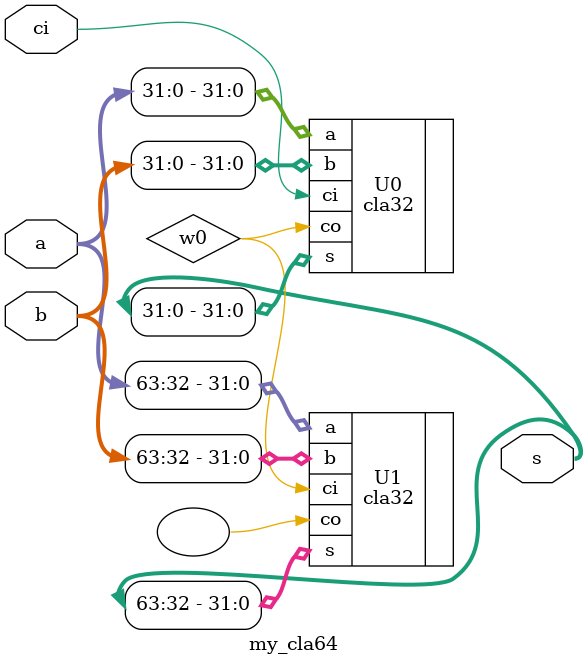
<source format=v>
module my_cla64(a, b, ci, s);

	input [63:0] a, b;	// 64bits input bus ports
	input ci; 				// input port
	output [63:0] s; 		// 64bits output bus port
	
	// Instance 32bits carry look ahead adder
	cla32 U0(.a(a[31:0]), .b(b[31:0]), .ci(ci), .s(s[31:0]), .co(w0));
	cla32 U1(.a(a[63:32]), .b(b[63:32]), .ci(w0), .s(s[63:32]), .co());
	
endmodule

</source>
